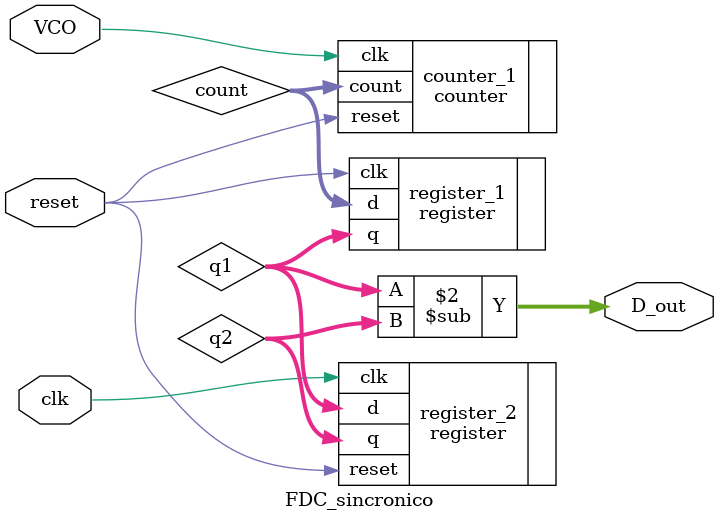
<source format=v>
module FDC_sincronico(
    input wire VCO, clk, reset,
    output reg [4:0] D_out
);
    wire [4:0] count, q1, q2;

    counter counter_1(.clk(VCO), .reset(reset), .count(count));
    register register_1(.clk(clk), .clk(reset), .d(count), .q(q1));
    register register_2(.clk(clk), .reset(reset), .d(q1), .q(q2));

    always @* 
        D_out = q1 - q2;
endmodule


</source>
